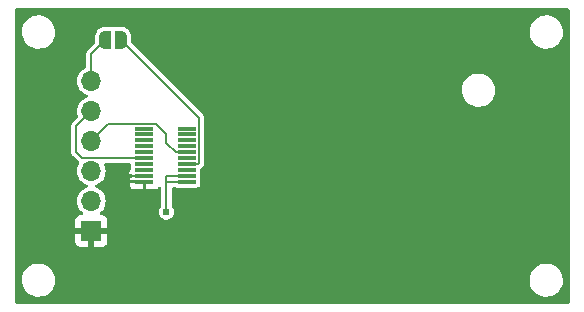
<source format=gtl>
G04 #@! TF.GenerationSoftware,KiCad,Pcbnew,7.0.2-6a45011f42~172~ubuntu20.04.1*
G04 #@! TF.CreationDate,2023-05-13T15:02:50+09:00*
G04 #@! TF.ProjectId,Wisun_proto,57697375-6e5f-4707-926f-746f2e6b6963,0.3*
G04 #@! TF.SameCoordinates,PX1b67618PY41e13c0*
G04 #@! TF.FileFunction,Copper,L1,Top*
G04 #@! TF.FilePolarity,Positive*
%FSLAX46Y46*%
G04 Gerber Fmt 4.6, Leading zero omitted, Abs format (unit mm)*
G04 Created by KiCad (PCBNEW 7.0.2-6a45011f42~172~ubuntu20.04.1) date 2023-05-13 15:02:50*
%MOMM*%
%LPD*%
G01*
G04 APERTURE LIST*
G04 Aperture macros list*
%AMFreePoly0*
4,1,19,0.500000,-0.750000,0.000000,-0.750000,0.000000,-0.744911,-0.071157,-0.744911,-0.207708,-0.704816,-0.327430,-0.627875,-0.420627,-0.520320,-0.479746,-0.390866,-0.500000,-0.250000,-0.500000,0.250000,-0.479746,0.390866,-0.420627,0.520320,-0.327430,0.627875,-0.207708,0.704816,-0.071157,0.744911,0.000000,0.744911,0.000000,0.750000,0.500000,0.750000,0.500000,-0.750000,0.500000,-0.750000,
$1*%
%AMFreePoly1*
4,1,19,0.000000,0.744911,0.071157,0.744911,0.207708,0.704816,0.327430,0.627875,0.420627,0.520320,0.479746,0.390866,0.500000,0.250000,0.500000,-0.250000,0.479746,-0.390866,0.420627,-0.520320,0.327430,-0.627875,0.207708,-0.704816,0.071157,-0.744911,0.000000,-0.744911,0.000000,-0.750000,-0.500000,-0.750000,-0.500000,0.750000,0.000000,0.750000,0.000000,0.744911,0.000000,0.744911,
$1*%
G04 Aperture macros list end*
G04 #@! TA.AperFunction,SMDPad,CuDef*
%ADD10R,1.600000X0.300000*%
G04 #@! TD*
G04 #@! TA.AperFunction,SMDPad,CuDef*
%ADD11FreePoly0,0.000000*%
G04 #@! TD*
G04 #@! TA.AperFunction,SMDPad,CuDef*
%ADD12FreePoly1,0.000000*%
G04 #@! TD*
G04 #@! TA.AperFunction,ComponentPad*
%ADD13R,1.700000X1.700000*%
G04 #@! TD*
G04 #@! TA.AperFunction,ComponentPad*
%ADD14O,1.700000X1.700000*%
G04 #@! TD*
G04 #@! TA.AperFunction,ViaPad*
%ADD15C,0.605000*%
G04 #@! TD*
G04 #@! TA.AperFunction,Conductor*
%ADD16C,0.200000*%
G04 #@! TD*
G04 #@! TA.AperFunction,Conductor*
%ADD17C,0.152400*%
G04 #@! TD*
G04 APERTURE END LIST*
D10*
X15065000Y10830000D03*
X11465000Y10830000D03*
X15065000Y11330000D03*
X11465000Y11330000D03*
X15065000Y11830000D03*
X11465000Y11830000D03*
X15065000Y12330000D03*
X11465000Y12330000D03*
X15065000Y12830000D03*
X11465000Y12830000D03*
X15065000Y13330000D03*
X11465000Y13330000D03*
X15065000Y13830000D03*
X11465000Y13830000D03*
X15065000Y14330000D03*
X11465000Y14330000D03*
X15065000Y14830000D03*
X11465000Y14830000D03*
X15065000Y15330000D03*
X11465000Y15330000D03*
D11*
X8170000Y22860000D03*
D12*
X9470000Y22860000D03*
D13*
X6985000Y6650000D03*
D14*
X6985000Y9190000D03*
X6985000Y11730000D03*
X6985000Y14270000D03*
X6985000Y16810000D03*
X6985000Y19350000D03*
D15*
X13335000Y8255000D03*
D16*
X13370000Y10830000D02*
X13335000Y10795000D01*
X13335000Y11330000D02*
X13335000Y10795000D01*
X15065000Y10830000D02*
X13370000Y10830000D01*
X15065000Y11330000D02*
X13335000Y11330000D01*
X13335000Y10795000D02*
X13335000Y8255000D01*
X10195000Y10830000D02*
X11465000Y10830000D01*
X10160000Y10795000D02*
X10195000Y10830000D01*
X8555000Y6650000D02*
X10160000Y8255000D01*
X10160000Y11330000D02*
X11465000Y11330000D01*
X6985000Y6650000D02*
X8555000Y6650000D01*
X10160000Y8255000D02*
X10160000Y10795000D01*
X10160000Y10795000D02*
X10160000Y11330000D01*
D17*
X6220000Y12830000D02*
X11465000Y12830000D01*
X5715000Y15540000D02*
X5715000Y13335000D01*
X6985000Y16810000D02*
X5715000Y15540000D01*
X5715000Y13335000D02*
X6220000Y12830000D01*
X14112600Y13330000D02*
X15065000Y13330000D01*
X13335000Y14867200D02*
X13335000Y14107600D01*
X6985000Y14270000D02*
X8423600Y15708600D01*
X13335000Y14107600D02*
X14112600Y13330000D01*
X12493600Y15708600D02*
X13335000Y14867200D01*
X8423600Y15708600D02*
X12493600Y15708600D01*
X6985000Y21675000D02*
X6985000Y19350000D01*
X8170000Y22860000D02*
X6985000Y21675000D01*
X16093600Y12427200D02*
X15996400Y12330000D01*
X9470000Y22860000D02*
X16093600Y16236400D01*
X15996400Y12330000D02*
X15065000Y12330000D01*
X16093600Y16236400D02*
X16093600Y12427200D01*
G04 #@! TA.AperFunction,Conductor*
G36*
X47412121Y25479998D02*
G01*
X47458614Y25426342D01*
X47470000Y25374000D01*
X47470000Y626000D01*
X47449998Y557879D01*
X47396342Y511386D01*
X47344000Y500000D01*
X626000Y500000D01*
X557879Y520002D01*
X511386Y573658D01*
X500000Y626000D01*
X500000Y2559654D01*
X1095701Y2559654D01*
X1105819Y2321471D01*
X1156044Y2088422D01*
X1244937Y1867208D01*
X1369932Y1664203D01*
X1527434Y1485247D01*
X1712917Y1335479D01*
X1712918Y1335479D01*
X1712920Y1335477D01*
X1921046Y1219210D01*
X2145829Y1139789D01*
X2380800Y1099500D01*
X2380802Y1099500D01*
X2556832Y1099500D01*
X2559497Y1099500D01*
X2721623Y1113300D01*
X2737542Y1114654D01*
X2844377Y1142472D01*
X2968249Y1174725D01*
X3185486Y1272923D01*
X3383003Y1406421D01*
X3555118Y1571379D01*
X3696879Y1763053D01*
X3804207Y1975926D01*
X3874016Y2203877D01*
X3904298Y2440346D01*
X3899230Y2559654D01*
X44095701Y2559654D01*
X44105819Y2321471D01*
X44156044Y2088422D01*
X44244937Y1867208D01*
X44369932Y1664203D01*
X44527434Y1485247D01*
X44712917Y1335479D01*
X44712918Y1335479D01*
X44712920Y1335477D01*
X44921046Y1219210D01*
X45145829Y1139789D01*
X45380800Y1099500D01*
X45380802Y1099500D01*
X45556832Y1099500D01*
X45559497Y1099500D01*
X45721623Y1113300D01*
X45737542Y1114654D01*
X45844377Y1142472D01*
X45968249Y1174725D01*
X46185486Y1272923D01*
X46383003Y1406421D01*
X46555118Y1571379D01*
X46696879Y1763053D01*
X46804207Y1975926D01*
X46874016Y2203877D01*
X46904298Y2440346D01*
X46894180Y2678532D01*
X46868837Y2796123D01*
X46843955Y2911579D01*
X46798750Y3024074D01*
X46755064Y3132790D01*
X46630069Y3335795D01*
X46630068Y3335796D01*
X46630067Y3335798D01*
X46472565Y3514754D01*
X46287082Y3664522D01*
X46078954Y3780790D01*
X45953049Y3825275D01*
X45854171Y3860211D01*
X45619200Y3900500D01*
X45440503Y3900500D01*
X45437850Y3900275D01*
X45437845Y3900274D01*
X45262457Y3885347D01*
X45031755Y3825277D01*
X44814511Y3727076D01*
X44616997Y3593580D01*
X44444882Y3428622D01*
X44303121Y3236947D01*
X44195791Y3024071D01*
X44125983Y2796123D01*
X44095701Y2559654D01*
X3899230Y2559654D01*
X3894180Y2678532D01*
X3868837Y2796123D01*
X3843955Y2911579D01*
X3798750Y3024074D01*
X3755064Y3132790D01*
X3630069Y3335795D01*
X3630068Y3335796D01*
X3630067Y3335798D01*
X3472565Y3514754D01*
X3287082Y3664522D01*
X3078954Y3780790D01*
X2953049Y3825275D01*
X2854171Y3860211D01*
X2619200Y3900500D01*
X2440503Y3900500D01*
X2437850Y3900275D01*
X2437845Y3900274D01*
X2262457Y3885347D01*
X2031755Y3825277D01*
X1814511Y3727076D01*
X1616997Y3593580D01*
X1444882Y3428622D01*
X1303121Y3236947D01*
X1195791Y3024071D01*
X1125983Y2796123D01*
X1095701Y2559654D01*
X500000Y2559654D01*
X500000Y13318865D01*
X5283782Y13318865D01*
X5293815Y13265832D01*
X5294603Y13261191D01*
X5303628Y13201319D01*
X5304627Y13198282D01*
X5332917Y13144753D01*
X5335038Y13140551D01*
X5361315Y13085986D01*
X5363140Y13083415D01*
X5367799Y13078756D01*
X5367800Y13078755D01*
X5405980Y13040575D01*
X5409223Y13037208D01*
X5450431Y12992797D01*
X5464731Y12981824D01*
X5896321Y12550234D01*
X5905737Y12539699D01*
X5938333Y12498825D01*
X5935751Y12496767D01*
X5961067Y12465896D01*
X5969260Y12395374D01*
X5957866Y12360521D01*
X5860769Y12165526D01*
X5802744Y11961585D01*
X5799885Y11951536D01*
X5779357Y11730000D01*
X5799885Y11508464D01*
X5799885Y11508461D01*
X5799886Y11508460D01*
X5860770Y11294473D01*
X5934333Y11146741D01*
X5959942Y11095311D01*
X6094019Y10917764D01*
X6258438Y10767876D01*
X6258440Y10767875D01*
X6258441Y10767874D01*
X6447594Y10650755D01*
X6447598Y10650754D01*
X6447599Y10650753D01*
X6636709Y10577492D01*
X6693003Y10534232D01*
X6716974Y10467405D01*
X6701010Y10398226D01*
X6650179Y10348660D01*
X6636713Y10342511D01*
X6603130Y10329500D01*
X6447594Y10269246D01*
X6258441Y10152127D01*
X6094018Y10002235D01*
X5959942Y9824690D01*
X5860770Y9625528D01*
X5799886Y9411541D01*
X5799885Y9411536D01*
X5779357Y9190000D01*
X5799885Y8968464D01*
X5799885Y8968461D01*
X5799886Y8968460D01*
X5860770Y8754473D01*
X5879491Y8716877D01*
X5959942Y8555311D01*
X6094019Y8377764D01*
X6258438Y8227876D01*
X6259273Y8227115D01*
X6296139Y8166441D01*
X6294350Y8095466D01*
X6254474Y8036727D01*
X6189170Y8008870D01*
X6174387Y8008000D01*
X6089777Y8008000D01*
X6083063Y8007641D01*
X6025906Y8001495D01*
X5889037Y7950446D01*
X5772095Y7862905D01*
X5684554Y7745963D01*
X5633505Y7609094D01*
X5627359Y7551937D01*
X5627000Y7545223D01*
X5627000Y6904000D01*
X6553884Y6904000D01*
X6525507Y6859844D01*
X6485000Y6721889D01*
X6485000Y6578111D01*
X6525507Y6440156D01*
X6553884Y6396000D01*
X5627000Y6396000D01*
X5627000Y5754778D01*
X5627359Y5748064D01*
X5633505Y5690907D01*
X5684554Y5554038D01*
X5772095Y5437096D01*
X5889037Y5349555D01*
X6025906Y5298506D01*
X6083063Y5292360D01*
X6089777Y5292000D01*
X6731000Y5292000D01*
X6731000Y6216326D01*
X6842685Y6165320D01*
X6949237Y6150000D01*
X7020763Y6150000D01*
X7127315Y6165320D01*
X7239000Y6216326D01*
X7239000Y5292000D01*
X7880223Y5292000D01*
X7886936Y5292360D01*
X7944093Y5298506D01*
X8080962Y5349555D01*
X8197904Y5437096D01*
X8285445Y5554038D01*
X8336494Y5690907D01*
X8342640Y5748064D01*
X8343000Y5754778D01*
X8343000Y6396000D01*
X7416116Y6396000D01*
X7444493Y6440156D01*
X7485000Y6578111D01*
X7485000Y6721889D01*
X7444493Y6859844D01*
X7416116Y6904000D01*
X8343000Y6904000D01*
X8343000Y7545223D01*
X8342640Y7551937D01*
X8336494Y7609094D01*
X8285445Y7745963D01*
X8197904Y7862905D01*
X8080962Y7950446D01*
X7944093Y8001495D01*
X7886936Y8007641D01*
X7880223Y8008000D01*
X7795613Y8008000D01*
X7727492Y8028002D01*
X7680999Y8081658D01*
X7670895Y8151932D01*
X7700389Y8216512D01*
X7710727Y8227115D01*
X7711562Y8227876D01*
X7875981Y8377764D01*
X8010058Y8555311D01*
X8109229Y8754472D01*
X8170115Y8968464D01*
X8190643Y9190000D01*
X8170115Y9411536D01*
X8109229Y9625528D01*
X8010058Y9824689D01*
X7875981Y10002236D01*
X7711562Y10152124D01*
X7711559Y10152126D01*
X7711558Y10152127D01*
X7522405Y10269246D01*
X7398891Y10317095D01*
X7333288Y10342510D01*
X7276996Y10385768D01*
X7253025Y10452595D01*
X7268989Y10521774D01*
X7319819Y10571339D01*
X7333279Y10577487D01*
X7522401Y10650753D01*
X7522402Y10650755D01*
X7522405Y10650755D01*
X7569636Y10680000D01*
X10157000Y10680000D01*
X10157000Y10634778D01*
X10157359Y10628064D01*
X10163505Y10570907D01*
X10214554Y10434038D01*
X10302095Y10317096D01*
X10419037Y10229555D01*
X10555906Y10178506D01*
X10613063Y10172360D01*
X10619777Y10172000D01*
X11315000Y10172000D01*
X11315000Y10680000D01*
X10157000Y10680000D01*
X7569636Y10680000D01*
X7616981Y10709315D01*
X7711562Y10767876D01*
X7875981Y10917764D01*
X8010058Y11095311D01*
X8109229Y11294472D01*
X8170115Y11508464D01*
X8190643Y11730000D01*
X8170115Y11951536D01*
X8133564Y12080000D01*
X8109230Y12165526D01*
X8081539Y12221137D01*
X8069080Y12291032D01*
X8096387Y12356567D01*
X8154790Y12396935D01*
X8194330Y12403300D01*
X10188500Y12403300D01*
X10256621Y12383298D01*
X10303114Y12329642D01*
X10314500Y12277300D01*
X10314500Y12146742D01*
X10321577Y12098165D01*
X10321577Y12061835D01*
X10314500Y12013259D01*
X10314500Y11901411D01*
X10294498Y11833290D01*
X10289368Y11825902D01*
X10214554Y11725963D01*
X10163505Y11589094D01*
X10157359Y11531937D01*
X10157000Y11525223D01*
X10157000Y11480000D01*
X10317128Y11480000D01*
X10385249Y11459998D01*
X10406223Y11443095D01*
X10454223Y11395095D01*
X10488249Y11332783D01*
X10483184Y11261968D01*
X10440637Y11205132D01*
X10374117Y11180321D01*
X10365128Y11180000D01*
X10157000Y11180000D01*
X10157000Y11134779D01*
X10157360Y11128062D01*
X10161079Y11093470D01*
X10161079Y11066533D01*
X10157360Y11031941D01*
X10157000Y11025222D01*
X10157000Y10980000D01*
X11489000Y10980000D01*
X11557121Y10959998D01*
X11603614Y10906342D01*
X11615000Y10854000D01*
X11615000Y10172000D01*
X12310223Y10172000D01*
X12316936Y10172360D01*
X12374093Y10178506D01*
X12510962Y10229555D01*
X12627903Y10317095D01*
X12657631Y10356807D01*
X12714466Y10399354D01*
X12785282Y10404420D01*
X12847595Y10370395D01*
X12881620Y10308083D01*
X12884500Y10281299D01*
X12884500Y8784998D01*
X12864498Y8716877D01*
X12843208Y8692033D01*
X12752550Y8560694D01*
X12696317Y8412420D01*
X12677203Y8255001D01*
X12696317Y8097581D01*
X12752549Y7949309D01*
X12787008Y7899387D01*
X12842633Y7818801D01*
X12961329Y7713645D01*
X13101742Y7639950D01*
X13255711Y7602000D01*
X13255713Y7602000D01*
X13414287Y7602000D01*
X13414289Y7602000D01*
X13568258Y7639950D01*
X13708671Y7713645D01*
X13827367Y7818801D01*
X13917449Y7949307D01*
X13973682Y8097579D01*
X13992796Y8255000D01*
X13973682Y8412421D01*
X13945565Y8486557D01*
X13917449Y8560694D01*
X13818677Y8703789D01*
X13819409Y8704295D01*
X13790221Y8750832D01*
X13785500Y8784998D01*
X13785500Y10253500D01*
X13805502Y10321621D01*
X13859158Y10368114D01*
X13911500Y10379500D01*
X14052486Y10379500D01*
X14107825Y10366697D01*
X14163607Y10339427D01*
X14231740Y10329500D01*
X14231743Y10329500D01*
X15898257Y10329500D01*
X15898260Y10329500D01*
X15966393Y10339427D01*
X16071483Y10390802D01*
X16154198Y10473517D01*
X16205573Y10578607D01*
X16215500Y10646740D01*
X16215500Y11013260D01*
X16208422Y11061835D01*
X16208422Y11098166D01*
X16215500Y11146740D01*
X16215500Y11513260D01*
X16208422Y11561835D01*
X16208422Y11598166D01*
X16215500Y11646740D01*
X16215500Y11893464D01*
X16235502Y11961585D01*
X16252402Y11982557D01*
X16252645Y11982800D01*
X16290837Y12020994D01*
X16294175Y12024209D01*
X16333776Y12060952D01*
X16333777Y12060955D01*
X16338604Y12065433D01*
X16349575Y12079732D01*
X16373377Y12103534D01*
X16383892Y12112932D01*
X16409927Y12133692D01*
X16440344Y12178308D01*
X16443066Y12182143D01*
X16475114Y12225565D01*
X16475115Y12225569D01*
X16479034Y12230878D01*
X16480438Y12233660D01*
X16482383Y12239966D01*
X16482386Y12239970D01*
X16498297Y12291558D01*
X16499764Y12296012D01*
X16519775Y12353198D01*
X16520300Y12356286D01*
X16520300Y12416840D01*
X16520388Y12421551D01*
X16522653Y12482093D01*
X16520300Y12499967D01*
X16520300Y16205360D01*
X16521092Y16219467D01*
X16522117Y16228562D01*
X16524818Y16252535D01*
X16514779Y16305592D01*
X16513995Y16310206D01*
X16504968Y16370100D01*
X16503979Y16373106D01*
X16475682Y16426646D01*
X16473573Y16430821D01*
X16450139Y16479484D01*
X16450138Y16479485D01*
X16447280Y16485421D01*
X16445462Y16487983D01*
X16402644Y16530801D01*
X16399375Y16534194D01*
X16358172Y16578600D01*
X16343869Y16589576D01*
X14293791Y18639654D01*
X38360701Y18639654D01*
X38370819Y18401471D01*
X38421044Y18168422D01*
X38509937Y17947208D01*
X38634932Y17744203D01*
X38792434Y17565247D01*
X38977917Y17415479D01*
X38977918Y17415479D01*
X38977920Y17415477D01*
X39186046Y17299210D01*
X39410829Y17219789D01*
X39645800Y17179500D01*
X39645802Y17179500D01*
X39821832Y17179500D01*
X39824497Y17179500D01*
X39986623Y17193300D01*
X40002542Y17194654D01*
X40109377Y17222472D01*
X40233249Y17254725D01*
X40450486Y17352923D01*
X40648003Y17486421D01*
X40820118Y17651379D01*
X40961879Y17843053D01*
X41069207Y18055926D01*
X41139016Y18283877D01*
X41169298Y18520346D01*
X41159180Y18758532D01*
X41133837Y18876123D01*
X41108955Y18991579D01*
X41053949Y19128464D01*
X41020064Y19212790D01*
X40895069Y19415795D01*
X40895068Y19415796D01*
X40895067Y19415798D01*
X40737565Y19594754D01*
X40552082Y19744522D01*
X40343954Y19860790D01*
X40218049Y19905275D01*
X40119171Y19940211D01*
X39884200Y19980500D01*
X39705503Y19980500D01*
X39702850Y19980275D01*
X39702845Y19980274D01*
X39527457Y19965347D01*
X39296755Y19905277D01*
X39079511Y19807076D01*
X38881997Y19673580D01*
X38709882Y19508622D01*
X38568121Y19316947D01*
X38460791Y19104071D01*
X38390983Y18876123D01*
X38360701Y18639654D01*
X14293791Y18639654D01*
X10363776Y22569670D01*
X10329750Y22631982D01*
X10326871Y22658765D01*
X10326871Y22660572D01*
X10326628Y22662262D01*
X10325346Y22680190D01*
X10325346Y23039814D01*
X10326629Y23057750D01*
X10326871Y23059433D01*
X10326871Y23160575D01*
X10306409Y23302885D01*
X10300952Y23321471D01*
X10277914Y23399932D01*
X10218186Y23530717D01*
X10199589Y23559654D01*
X44095701Y23559654D01*
X44105819Y23321471D01*
X44156044Y23088422D01*
X44244937Y22867208D01*
X44369932Y22664203D01*
X44527434Y22485247D01*
X44712917Y22335479D01*
X44712918Y22335479D01*
X44712920Y22335477D01*
X44921046Y22219210D01*
X45145829Y22139789D01*
X45380800Y22099500D01*
X45380802Y22099500D01*
X45556832Y22099500D01*
X45559497Y22099500D01*
X45721623Y22113300D01*
X45737542Y22114654D01*
X45844377Y22142472D01*
X45968249Y22174725D01*
X46185486Y22272923D01*
X46383003Y22406421D01*
X46555118Y22571379D01*
X46696879Y22763053D01*
X46804207Y22975926D01*
X46874016Y23203877D01*
X46904298Y23440346D01*
X46894180Y23678532D01*
X46844199Y23910445D01*
X46843955Y23911579D01*
X46798750Y24024074D01*
X46755064Y24132790D01*
X46630069Y24335795D01*
X46630068Y24335796D01*
X46630067Y24335798D01*
X46472565Y24514754D01*
X46287082Y24664522D01*
X46078954Y24780790D01*
X45953049Y24825275D01*
X45854171Y24860211D01*
X45619200Y24900500D01*
X45440503Y24900500D01*
X45437850Y24900275D01*
X45437845Y24900274D01*
X45262457Y24885347D01*
X45031755Y24825277D01*
X44814511Y24727076D01*
X44616997Y24593580D01*
X44444882Y24428622D01*
X44303121Y24236947D01*
X44195791Y24024071D01*
X44125983Y23796123D01*
X44095701Y23559654D01*
X10199589Y23559654D01*
X10163506Y23615800D01*
X10069352Y23724461D01*
X9992912Y23790698D01*
X9992913Y23790698D01*
X9992910Y23790700D01*
X9871959Y23868430D01*
X9779957Y23910445D01*
X9641997Y23950954D01*
X9541892Y23965346D01*
X9541889Y23965346D01*
X8970000Y23965346D01*
X8966124Y23964863D01*
X8966125Y23964863D01*
X8882765Y23954473D01*
X8876435Y23951696D01*
X8806017Y23942653D01*
X8805087Y23942804D01*
X8731123Y23955147D01*
X8670000Y23965346D01*
X8098111Y23965346D01*
X8098108Y23965346D01*
X7998002Y23950954D01*
X7860042Y23910445D01*
X7768040Y23868430D01*
X7647089Y23790700D01*
X7570648Y23724462D01*
X7476494Y23615801D01*
X7421814Y23530718D01*
X7362085Y23399930D01*
X7333590Y23302885D01*
X7313129Y23160575D01*
X7313129Y23059433D01*
X7313371Y23057750D01*
X7314654Y23039814D01*
X7314654Y22680190D01*
X7313372Y22662262D01*
X7313129Y22660572D01*
X7313129Y22658766D01*
X7312620Y22657035D01*
X7311847Y22651653D01*
X7311073Y22651765D01*
X7293127Y22590645D01*
X7276224Y22569670D01*
X6705226Y21998673D01*
X6694693Y21989260D01*
X6668672Y21968509D01*
X6638260Y21923903D01*
X6635536Y21920064D01*
X6599584Y21871350D01*
X6598151Y21868511D01*
X6580300Y21810645D01*
X6578830Y21806177D01*
X6558833Y21749026D01*
X6558300Y21745883D01*
X6558300Y21685353D01*
X6558212Y21680642D01*
X6555946Y21620104D01*
X6558300Y21602234D01*
X6558300Y20558446D01*
X6538298Y20490325D01*
X6484642Y20443832D01*
X6477819Y20440955D01*
X6447594Y20429246D01*
X6258441Y20312127D01*
X6094018Y20162235D01*
X5959942Y19984690D01*
X5860770Y19785528D01*
X5806491Y19594755D01*
X5799885Y19571536D01*
X5779357Y19350000D01*
X5799885Y19128464D01*
X5799885Y19128461D01*
X5799886Y19128460D01*
X5860770Y18914473D01*
X5938420Y18758532D01*
X5959942Y18715311D01*
X6094019Y18537764D01*
X6258438Y18387876D01*
X6258440Y18387875D01*
X6258441Y18387874D01*
X6447594Y18270755D01*
X6447598Y18270754D01*
X6447599Y18270753D01*
X6636709Y18197492D01*
X6693003Y18154232D01*
X6716974Y18087405D01*
X6701010Y18018226D01*
X6650179Y17968660D01*
X6636713Y17962511D01*
X6582003Y17941316D01*
X6447594Y17889246D01*
X6258441Y17772127D01*
X6094018Y17622235D01*
X5959942Y17444690D01*
X5860770Y17245528D01*
X5841984Y17179500D01*
X5799885Y17031536D01*
X5779357Y16810000D01*
X5799885Y16588464D01*
X5799885Y16588461D01*
X5799886Y16588460D01*
X5859391Y16379319D01*
X5858795Y16308325D01*
X5827296Y16255743D01*
X5435231Y15863678D01*
X5424698Y15854264D01*
X5398672Y15833509D01*
X5368260Y15788903D01*
X5365536Y15785064D01*
X5329584Y15736350D01*
X5328151Y15733511D01*
X5310300Y15675645D01*
X5308830Y15671177D01*
X5288833Y15614026D01*
X5288300Y15610883D01*
X5288300Y15550353D01*
X5288212Y15545642D01*
X5285946Y15485104D01*
X5288300Y15467234D01*
X5288300Y13366042D01*
X5287508Y13351935D01*
X5283782Y13318865D01*
X500000Y13318865D01*
X500000Y23559654D01*
X1095701Y23559654D01*
X1105819Y23321471D01*
X1156044Y23088422D01*
X1244937Y22867208D01*
X1369932Y22664203D01*
X1527434Y22485247D01*
X1712917Y22335479D01*
X1712918Y22335479D01*
X1712920Y22335477D01*
X1921046Y22219210D01*
X2145829Y22139789D01*
X2380800Y22099500D01*
X2380802Y22099500D01*
X2556832Y22099500D01*
X2559497Y22099500D01*
X2721623Y22113300D01*
X2737542Y22114654D01*
X2844377Y22142472D01*
X2968249Y22174725D01*
X3185486Y22272923D01*
X3383003Y22406421D01*
X3555118Y22571379D01*
X3696879Y22763053D01*
X3804207Y22975926D01*
X3874016Y23203877D01*
X3904298Y23440346D01*
X3894180Y23678532D01*
X3844199Y23910445D01*
X3843955Y23911579D01*
X3798750Y24024074D01*
X3755064Y24132790D01*
X3630069Y24335795D01*
X3630068Y24335796D01*
X3630067Y24335798D01*
X3472565Y24514754D01*
X3287082Y24664522D01*
X3078954Y24780790D01*
X2953049Y24825275D01*
X2854171Y24860211D01*
X2619200Y24900500D01*
X2440503Y24900500D01*
X2437850Y24900275D01*
X2437845Y24900274D01*
X2262457Y24885347D01*
X2031755Y24825277D01*
X1814511Y24727076D01*
X1616997Y24593580D01*
X1444882Y24428622D01*
X1303121Y24236947D01*
X1195791Y24024071D01*
X1125983Y23796123D01*
X1095701Y23559654D01*
X500000Y23559654D01*
X500000Y25374000D01*
X520002Y25442121D01*
X573658Y25488614D01*
X626000Y25500000D01*
X47344000Y25500000D01*
X47412121Y25479998D01*
G37*
G04 #@! TD.AperFunction*
M02*

</source>
